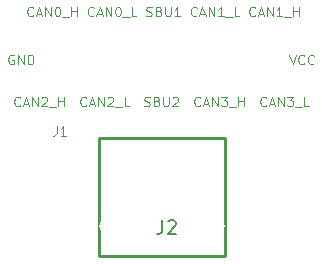
<source format=gbr>
%TF.GenerationSoftware,KiCad,Pcbnew,7.0.5*%
%TF.CreationDate,2024-03-06T10:34:55-05:00*%
%TF.ProjectId,SaberCord_Copy_Male,53616265-7243-46f7-9264-5f436f70795f,rev?*%
%TF.SameCoordinates,Original*%
%TF.FileFunction,Legend,Top*%
%TF.FilePolarity,Positive*%
%FSLAX46Y46*%
G04 Gerber Fmt 4.6, Leading zero omitted, Abs format (unit mm)*
G04 Created by KiCad (PCBNEW 7.0.5) date 2024-03-06 10:34:55*
%MOMM*%
%LPD*%
G01*
G04 APERTURE LIST*
%ADD10C,0.152000*%
%ADD11C,0.100000*%
%ADD12C,0.254000*%
%ADD13C,3.000000*%
%ADD14C,0.650000*%
%ADD15O,1.700000X1.000000*%
%ADD16R,0.300000X1.000000*%
%ADD17C,0.600000*%
%ADD18C,1.828800*%
G04 APERTURE END LIST*
D10*
%TO.C,J2*%
X63714Y-9537869D02*
X63714Y-10354298D01*
X63714Y-10354298D02*
X9285Y-10517583D01*
X9285Y-10517583D02*
X-99572Y-10626441D01*
X-99572Y-10626441D02*
X-262858Y-10680869D01*
X-262858Y-10680869D02*
X-371715Y-10680869D01*
X553571Y-9646726D02*
X607999Y-9592298D01*
X607999Y-9592298D02*
X716857Y-9537869D01*
X716857Y-9537869D02*
X988999Y-9537869D01*
X988999Y-9537869D02*
X1097857Y-9592298D01*
X1097857Y-9592298D02*
X1152285Y-9646726D01*
X1152285Y-9646726D02*
X1206714Y-9755583D01*
X1206714Y-9755583D02*
X1206714Y-9864441D01*
X1206714Y-9864441D02*
X1152285Y-10027726D01*
X1152285Y-10027726D02*
X499142Y-10680869D01*
X499142Y-10680869D02*
X1206714Y-10680869D01*
D11*
%TO.C,J1*%
X-8902667Y-1596895D02*
X-8902667Y-2168323D01*
X-8902667Y-2168323D02*
X-8940762Y-2282609D01*
X-8940762Y-2282609D02*
X-9016953Y-2358800D01*
X-9016953Y-2358800D02*
X-9131238Y-2396895D01*
X-9131238Y-2396895D02*
X-9207429Y-2396895D01*
X-8102667Y-2396895D02*
X-8559810Y-2396895D01*
X-8331238Y-2396895D02*
X-8331238Y-1596895D01*
X-8331238Y-1596895D02*
X-8407429Y-1711180D01*
X-8407429Y-1711180D02*
X-8483619Y-1787371D01*
X-8483619Y-1787371D02*
X-8559810Y-1825466D01*
X10809979Y4459105D02*
X11076646Y3659105D01*
X11076646Y3659105D02*
X11343312Y4459105D01*
X12067122Y3735296D02*
X12029026Y3697200D01*
X12029026Y3697200D02*
X11914741Y3659105D01*
X11914741Y3659105D02*
X11838550Y3659105D01*
X11838550Y3659105D02*
X11724264Y3697200D01*
X11724264Y3697200D02*
X11648074Y3773391D01*
X11648074Y3773391D02*
X11609979Y3849581D01*
X11609979Y3849581D02*
X11571883Y4001962D01*
X11571883Y4001962D02*
X11571883Y4116248D01*
X11571883Y4116248D02*
X11609979Y4268629D01*
X11609979Y4268629D02*
X11648074Y4344820D01*
X11648074Y4344820D02*
X11724264Y4421010D01*
X11724264Y4421010D02*
X11838550Y4459105D01*
X11838550Y4459105D02*
X11914741Y4459105D01*
X11914741Y4459105D02*
X12029026Y4421010D01*
X12029026Y4421010D02*
X12067122Y4382915D01*
X12867122Y3735296D02*
X12829026Y3697200D01*
X12829026Y3697200D02*
X12714741Y3659105D01*
X12714741Y3659105D02*
X12638550Y3659105D01*
X12638550Y3659105D02*
X12524264Y3697200D01*
X12524264Y3697200D02*
X12448074Y3773391D01*
X12448074Y3773391D02*
X12409979Y3849581D01*
X12409979Y3849581D02*
X12371883Y4001962D01*
X12371883Y4001962D02*
X12371883Y4116248D01*
X12371883Y4116248D02*
X12409979Y4268629D01*
X12409979Y4268629D02*
X12448074Y4344820D01*
X12448074Y4344820D02*
X12524264Y4421010D01*
X12524264Y4421010D02*
X12638550Y4459105D01*
X12638550Y4459105D02*
X12714741Y4459105D01*
X12714741Y4459105D02*
X12829026Y4421010D01*
X12829026Y4421010D02*
X12867122Y4382915D01*
X3253408Y179296D02*
X3215312Y141200D01*
X3215312Y141200D02*
X3101027Y103105D01*
X3101027Y103105D02*
X3024836Y103105D01*
X3024836Y103105D02*
X2910550Y141200D01*
X2910550Y141200D02*
X2834360Y217391D01*
X2834360Y217391D02*
X2796265Y293581D01*
X2796265Y293581D02*
X2758169Y445962D01*
X2758169Y445962D02*
X2758169Y560248D01*
X2758169Y560248D02*
X2796265Y712629D01*
X2796265Y712629D02*
X2834360Y788820D01*
X2834360Y788820D02*
X2910550Y865010D01*
X2910550Y865010D02*
X3024836Y903105D01*
X3024836Y903105D02*
X3101027Y903105D01*
X3101027Y903105D02*
X3215312Y865010D01*
X3215312Y865010D02*
X3253408Y826915D01*
X3558169Y331677D02*
X3939122Y331677D01*
X3481979Y103105D02*
X3748646Y903105D01*
X3748646Y903105D02*
X4015312Y103105D01*
X4281979Y103105D02*
X4281979Y903105D01*
X4281979Y903105D02*
X4739122Y103105D01*
X4739122Y103105D02*
X4739122Y903105D01*
X5043883Y903105D02*
X5539121Y903105D01*
X5539121Y903105D02*
X5272455Y598343D01*
X5272455Y598343D02*
X5386740Y598343D01*
X5386740Y598343D02*
X5462931Y560248D01*
X5462931Y560248D02*
X5501026Y522153D01*
X5501026Y522153D02*
X5539121Y445962D01*
X5539121Y445962D02*
X5539121Y255486D01*
X5539121Y255486D02*
X5501026Y179296D01*
X5501026Y179296D02*
X5462931Y141200D01*
X5462931Y141200D02*
X5386740Y103105D01*
X5386740Y103105D02*
X5158169Y103105D01*
X5158169Y103105D02*
X5081978Y141200D01*
X5081978Y141200D02*
X5043883Y179296D01*
X5691503Y26915D02*
X6301026Y26915D01*
X6491503Y103105D02*
X6491503Y903105D01*
X6491503Y522153D02*
X6948646Y522153D01*
X6948646Y103105D02*
X6948646Y903105D01*
X-5757211Y7799296D02*
X-5795307Y7761200D01*
X-5795307Y7761200D02*
X-5909592Y7723105D01*
X-5909592Y7723105D02*
X-5985783Y7723105D01*
X-5985783Y7723105D02*
X-6100069Y7761200D01*
X-6100069Y7761200D02*
X-6176259Y7837391D01*
X-6176259Y7837391D02*
X-6214354Y7913581D01*
X-6214354Y7913581D02*
X-6252450Y8065962D01*
X-6252450Y8065962D02*
X-6252450Y8180248D01*
X-6252450Y8180248D02*
X-6214354Y8332629D01*
X-6214354Y8332629D02*
X-6176259Y8408820D01*
X-6176259Y8408820D02*
X-6100069Y8485010D01*
X-6100069Y8485010D02*
X-5985783Y8523105D01*
X-5985783Y8523105D02*
X-5909592Y8523105D01*
X-5909592Y8523105D02*
X-5795307Y8485010D01*
X-5795307Y8485010D02*
X-5757211Y8446915D01*
X-5452450Y7951677D02*
X-5071497Y7951677D01*
X-5528640Y7723105D02*
X-5261973Y8523105D01*
X-5261973Y8523105D02*
X-4995307Y7723105D01*
X-4728640Y7723105D02*
X-4728640Y8523105D01*
X-4728640Y8523105D02*
X-4271497Y7723105D01*
X-4271497Y7723105D02*
X-4271497Y8523105D01*
X-3738164Y8523105D02*
X-3661974Y8523105D01*
X-3661974Y8523105D02*
X-3585783Y8485010D01*
X-3585783Y8485010D02*
X-3547688Y8446915D01*
X-3547688Y8446915D02*
X-3509593Y8370724D01*
X-3509593Y8370724D02*
X-3471498Y8218343D01*
X-3471498Y8218343D02*
X-3471498Y8027867D01*
X-3471498Y8027867D02*
X-3509593Y7875486D01*
X-3509593Y7875486D02*
X-3547688Y7799296D01*
X-3547688Y7799296D02*
X-3585783Y7761200D01*
X-3585783Y7761200D02*
X-3661974Y7723105D01*
X-3661974Y7723105D02*
X-3738164Y7723105D01*
X-3738164Y7723105D02*
X-3814355Y7761200D01*
X-3814355Y7761200D02*
X-3852450Y7799296D01*
X-3852450Y7799296D02*
X-3890545Y7875486D01*
X-3890545Y7875486D02*
X-3928641Y8027867D01*
X-3928641Y8027867D02*
X-3928641Y8218343D01*
X-3928641Y8218343D02*
X-3890545Y8370724D01*
X-3890545Y8370724D02*
X-3852450Y8446915D01*
X-3852450Y8446915D02*
X-3814355Y8485010D01*
X-3814355Y8485010D02*
X-3738164Y8523105D01*
X-3319116Y7646915D02*
X-2709593Y7646915D01*
X-2138164Y7723105D02*
X-2519116Y7723105D01*
X-2519116Y7723105D02*
X-2519116Y8523105D01*
X-1305831Y7761200D02*
X-1191545Y7723105D01*
X-1191545Y7723105D02*
X-1001069Y7723105D01*
X-1001069Y7723105D02*
X-924878Y7761200D01*
X-924878Y7761200D02*
X-886783Y7799296D01*
X-886783Y7799296D02*
X-848688Y7875486D01*
X-848688Y7875486D02*
X-848688Y7951677D01*
X-848688Y7951677D02*
X-886783Y8027867D01*
X-886783Y8027867D02*
X-924878Y8065962D01*
X-924878Y8065962D02*
X-1001069Y8104058D01*
X-1001069Y8104058D02*
X-1153450Y8142153D01*
X-1153450Y8142153D02*
X-1229640Y8180248D01*
X-1229640Y8180248D02*
X-1267735Y8218343D01*
X-1267735Y8218343D02*
X-1305831Y8294534D01*
X-1305831Y8294534D02*
X-1305831Y8370724D01*
X-1305831Y8370724D02*
X-1267735Y8446915D01*
X-1267735Y8446915D02*
X-1229640Y8485010D01*
X-1229640Y8485010D02*
X-1153450Y8523105D01*
X-1153450Y8523105D02*
X-962973Y8523105D01*
X-962973Y8523105D02*
X-848688Y8485010D01*
X-239164Y8142153D02*
X-124878Y8104058D01*
X-124878Y8104058D02*
X-86783Y8065962D01*
X-86783Y8065962D02*
X-48687Y7989772D01*
X-48687Y7989772D02*
X-48687Y7875486D01*
X-48687Y7875486D02*
X-86783Y7799296D01*
X-86783Y7799296D02*
X-124878Y7761200D01*
X-124878Y7761200D02*
X-201068Y7723105D01*
X-201068Y7723105D02*
X-505830Y7723105D01*
X-505830Y7723105D02*
X-505830Y8523105D01*
X-505830Y8523105D02*
X-239164Y8523105D01*
X-239164Y8523105D02*
X-162973Y8485010D01*
X-162973Y8485010D02*
X-124878Y8446915D01*
X-124878Y8446915D02*
X-86783Y8370724D01*
X-86783Y8370724D02*
X-86783Y8294534D01*
X-86783Y8294534D02*
X-124878Y8218343D01*
X-124878Y8218343D02*
X-162973Y8180248D01*
X-162973Y8180248D02*
X-239164Y8142153D01*
X-239164Y8142153D02*
X-505830Y8142153D01*
X294170Y8523105D02*
X294170Y7875486D01*
X294170Y7875486D02*
X332265Y7799296D01*
X332265Y7799296D02*
X370360Y7761200D01*
X370360Y7761200D02*
X446551Y7723105D01*
X446551Y7723105D02*
X598932Y7723105D01*
X598932Y7723105D02*
X675122Y7761200D01*
X675122Y7761200D02*
X713217Y7799296D01*
X713217Y7799296D02*
X751313Y7875486D01*
X751313Y7875486D02*
X751313Y8523105D01*
X1551312Y7723105D02*
X1094169Y7723105D01*
X1322741Y7723105D02*
X1322741Y8523105D01*
X1322741Y8523105D02*
X1246550Y8408820D01*
X1246550Y8408820D02*
X1170360Y8332629D01*
X1170360Y8332629D02*
X1094169Y8294534D01*
X-12532688Y4421010D02*
X-12608878Y4459105D01*
X-12608878Y4459105D02*
X-12723164Y4459105D01*
X-12723164Y4459105D02*
X-12837450Y4421010D01*
X-12837450Y4421010D02*
X-12913640Y4344820D01*
X-12913640Y4344820D02*
X-12951735Y4268629D01*
X-12951735Y4268629D02*
X-12989831Y4116248D01*
X-12989831Y4116248D02*
X-12989831Y4001962D01*
X-12989831Y4001962D02*
X-12951735Y3849581D01*
X-12951735Y3849581D02*
X-12913640Y3773391D01*
X-12913640Y3773391D02*
X-12837450Y3697200D01*
X-12837450Y3697200D02*
X-12723164Y3659105D01*
X-12723164Y3659105D02*
X-12646973Y3659105D01*
X-12646973Y3659105D02*
X-12532688Y3697200D01*
X-12532688Y3697200D02*
X-12494592Y3735296D01*
X-12494592Y3735296D02*
X-12494592Y4001962D01*
X-12494592Y4001962D02*
X-12646973Y4001962D01*
X-12151735Y3659105D02*
X-12151735Y4459105D01*
X-12151735Y4459105D02*
X-11694592Y3659105D01*
X-11694592Y3659105D02*
X-11694592Y4459105D01*
X-11313640Y3659105D02*
X-11313640Y4459105D01*
X-11313640Y4459105D02*
X-11123164Y4459105D01*
X-11123164Y4459105D02*
X-11008878Y4421010D01*
X-11008878Y4421010D02*
X-10932688Y4344820D01*
X-10932688Y4344820D02*
X-10894593Y4268629D01*
X-10894593Y4268629D02*
X-10856497Y4116248D01*
X-10856497Y4116248D02*
X-10856497Y4001962D01*
X-10856497Y4001962D02*
X-10894593Y3849581D01*
X-10894593Y3849581D02*
X-10932688Y3773391D01*
X-10932688Y3773391D02*
X-11008878Y3697200D01*
X-11008878Y3697200D02*
X-11123164Y3659105D01*
X-11123164Y3659105D02*
X-11313640Y3659105D01*
X-1467879Y141200D02*
X-1353593Y103105D01*
X-1353593Y103105D02*
X-1163117Y103105D01*
X-1163117Y103105D02*
X-1086926Y141200D01*
X-1086926Y141200D02*
X-1048831Y179296D01*
X-1048831Y179296D02*
X-1010736Y255486D01*
X-1010736Y255486D02*
X-1010736Y331677D01*
X-1010736Y331677D02*
X-1048831Y407867D01*
X-1048831Y407867D02*
X-1086926Y445962D01*
X-1086926Y445962D02*
X-1163117Y484058D01*
X-1163117Y484058D02*
X-1315498Y522153D01*
X-1315498Y522153D02*
X-1391688Y560248D01*
X-1391688Y560248D02*
X-1429783Y598343D01*
X-1429783Y598343D02*
X-1467879Y674534D01*
X-1467879Y674534D02*
X-1467879Y750724D01*
X-1467879Y750724D02*
X-1429783Y826915D01*
X-1429783Y826915D02*
X-1391688Y865010D01*
X-1391688Y865010D02*
X-1315498Y903105D01*
X-1315498Y903105D02*
X-1125021Y903105D01*
X-1125021Y903105D02*
X-1010736Y865010D01*
X-401212Y522153D02*
X-286926Y484058D01*
X-286926Y484058D02*
X-248831Y445962D01*
X-248831Y445962D02*
X-210735Y369772D01*
X-210735Y369772D02*
X-210735Y255486D01*
X-210735Y255486D02*
X-248831Y179296D01*
X-248831Y179296D02*
X-286926Y141200D01*
X-286926Y141200D02*
X-363116Y103105D01*
X-363116Y103105D02*
X-667878Y103105D01*
X-667878Y103105D02*
X-667878Y903105D01*
X-667878Y903105D02*
X-401212Y903105D01*
X-401212Y903105D02*
X-325021Y865010D01*
X-325021Y865010D02*
X-286926Y826915D01*
X-286926Y826915D02*
X-248831Y750724D01*
X-248831Y750724D02*
X-248831Y674534D01*
X-248831Y674534D02*
X-286926Y598343D01*
X-286926Y598343D02*
X-325021Y560248D01*
X-325021Y560248D02*
X-401212Y522153D01*
X-401212Y522153D02*
X-667878Y522153D01*
X132122Y903105D02*
X132122Y255486D01*
X132122Y255486D02*
X170217Y179296D01*
X170217Y179296D02*
X208312Y141200D01*
X208312Y141200D02*
X284503Y103105D01*
X284503Y103105D02*
X436884Y103105D01*
X436884Y103105D02*
X513074Y141200D01*
X513074Y141200D02*
X551169Y179296D01*
X551169Y179296D02*
X589265Y255486D01*
X589265Y255486D02*
X589265Y903105D01*
X932121Y826915D02*
X970217Y865010D01*
X970217Y865010D02*
X1046407Y903105D01*
X1046407Y903105D02*
X1236883Y903105D01*
X1236883Y903105D02*
X1313074Y865010D01*
X1313074Y865010D02*
X1351169Y826915D01*
X1351169Y826915D02*
X1389264Y750724D01*
X1389264Y750724D02*
X1389264Y674534D01*
X1389264Y674534D02*
X1351169Y560248D01*
X1351169Y560248D02*
X894026Y103105D01*
X894026Y103105D02*
X1389264Y103105D01*
X-11977116Y179296D02*
X-12015212Y141200D01*
X-12015212Y141200D02*
X-12129497Y103105D01*
X-12129497Y103105D02*
X-12205688Y103105D01*
X-12205688Y103105D02*
X-12319974Y141200D01*
X-12319974Y141200D02*
X-12396164Y217391D01*
X-12396164Y217391D02*
X-12434259Y293581D01*
X-12434259Y293581D02*
X-12472355Y445962D01*
X-12472355Y445962D02*
X-12472355Y560248D01*
X-12472355Y560248D02*
X-12434259Y712629D01*
X-12434259Y712629D02*
X-12396164Y788820D01*
X-12396164Y788820D02*
X-12319974Y865010D01*
X-12319974Y865010D02*
X-12205688Y903105D01*
X-12205688Y903105D02*
X-12129497Y903105D01*
X-12129497Y903105D02*
X-12015212Y865010D01*
X-12015212Y865010D02*
X-11977116Y826915D01*
X-11672355Y331677D02*
X-11291402Y331677D01*
X-11748545Y103105D02*
X-11481878Y903105D01*
X-11481878Y903105D02*
X-11215212Y103105D01*
X-10948545Y103105D02*
X-10948545Y903105D01*
X-10948545Y903105D02*
X-10491402Y103105D01*
X-10491402Y103105D02*
X-10491402Y903105D01*
X-10148546Y826915D02*
X-10110450Y865010D01*
X-10110450Y865010D02*
X-10034260Y903105D01*
X-10034260Y903105D02*
X-9843784Y903105D01*
X-9843784Y903105D02*
X-9767593Y865010D01*
X-9767593Y865010D02*
X-9729498Y826915D01*
X-9729498Y826915D02*
X-9691403Y750724D01*
X-9691403Y750724D02*
X-9691403Y674534D01*
X-9691403Y674534D02*
X-9729498Y560248D01*
X-9729498Y560248D02*
X-10186641Y103105D01*
X-10186641Y103105D02*
X-9691403Y103105D01*
X-9539021Y26915D02*
X-8929498Y26915D01*
X-8739021Y103105D02*
X-8739021Y903105D01*
X-8739021Y522153D02*
X-8281878Y522153D01*
X-8281878Y103105D02*
X-8281878Y903105D01*
X-10894306Y7799296D02*
X-10932402Y7761200D01*
X-10932402Y7761200D02*
X-11046687Y7723105D01*
X-11046687Y7723105D02*
X-11122878Y7723105D01*
X-11122878Y7723105D02*
X-11237164Y7761200D01*
X-11237164Y7761200D02*
X-11313354Y7837391D01*
X-11313354Y7837391D02*
X-11351449Y7913581D01*
X-11351449Y7913581D02*
X-11389545Y8065962D01*
X-11389545Y8065962D02*
X-11389545Y8180248D01*
X-11389545Y8180248D02*
X-11351449Y8332629D01*
X-11351449Y8332629D02*
X-11313354Y8408820D01*
X-11313354Y8408820D02*
X-11237164Y8485010D01*
X-11237164Y8485010D02*
X-11122878Y8523105D01*
X-11122878Y8523105D02*
X-11046687Y8523105D01*
X-11046687Y8523105D02*
X-10932402Y8485010D01*
X-10932402Y8485010D02*
X-10894306Y8446915D01*
X-10589545Y7951677D02*
X-10208592Y7951677D01*
X-10665735Y7723105D02*
X-10399068Y8523105D01*
X-10399068Y8523105D02*
X-10132402Y7723105D01*
X-9865735Y7723105D02*
X-9865735Y8523105D01*
X-9865735Y8523105D02*
X-9408592Y7723105D01*
X-9408592Y7723105D02*
X-9408592Y8523105D01*
X-8875259Y8523105D02*
X-8799069Y8523105D01*
X-8799069Y8523105D02*
X-8722878Y8485010D01*
X-8722878Y8485010D02*
X-8684783Y8446915D01*
X-8684783Y8446915D02*
X-8646688Y8370724D01*
X-8646688Y8370724D02*
X-8608593Y8218343D01*
X-8608593Y8218343D02*
X-8608593Y8027867D01*
X-8608593Y8027867D02*
X-8646688Y7875486D01*
X-8646688Y7875486D02*
X-8684783Y7799296D01*
X-8684783Y7799296D02*
X-8722878Y7761200D01*
X-8722878Y7761200D02*
X-8799069Y7723105D01*
X-8799069Y7723105D02*
X-8875259Y7723105D01*
X-8875259Y7723105D02*
X-8951450Y7761200D01*
X-8951450Y7761200D02*
X-8989545Y7799296D01*
X-8989545Y7799296D02*
X-9027640Y7875486D01*
X-9027640Y7875486D02*
X-9065736Y8027867D01*
X-9065736Y8027867D02*
X-9065736Y8218343D01*
X-9065736Y8218343D02*
X-9027640Y8370724D01*
X-9027640Y8370724D02*
X-8989545Y8446915D01*
X-8989545Y8446915D02*
X-8951450Y8485010D01*
X-8951450Y8485010D02*
X-8875259Y8523105D01*
X-8456211Y7646915D02*
X-7846688Y7646915D01*
X-7656211Y7723105D02*
X-7656211Y8523105D01*
X-7656211Y8142153D02*
X-7199068Y8142153D01*
X-7199068Y7723105D02*
X-7199068Y8523105D01*
X8850884Y179296D02*
X8812788Y141200D01*
X8812788Y141200D02*
X8698503Y103105D01*
X8698503Y103105D02*
X8622312Y103105D01*
X8622312Y103105D02*
X8508026Y141200D01*
X8508026Y141200D02*
X8431836Y217391D01*
X8431836Y217391D02*
X8393741Y293581D01*
X8393741Y293581D02*
X8355645Y445962D01*
X8355645Y445962D02*
X8355645Y560248D01*
X8355645Y560248D02*
X8393741Y712629D01*
X8393741Y712629D02*
X8431836Y788820D01*
X8431836Y788820D02*
X8508026Y865010D01*
X8508026Y865010D02*
X8622312Y903105D01*
X8622312Y903105D02*
X8698503Y903105D01*
X8698503Y903105D02*
X8812788Y865010D01*
X8812788Y865010D02*
X8850884Y826915D01*
X9155645Y331677D02*
X9536598Y331677D01*
X9079455Y103105D02*
X9346122Y903105D01*
X9346122Y903105D02*
X9612788Y103105D01*
X9879455Y103105D02*
X9879455Y903105D01*
X9879455Y903105D02*
X10336598Y103105D01*
X10336598Y103105D02*
X10336598Y903105D01*
X10641359Y903105D02*
X11136597Y903105D01*
X11136597Y903105D02*
X10869931Y598343D01*
X10869931Y598343D02*
X10984216Y598343D01*
X10984216Y598343D02*
X11060407Y560248D01*
X11060407Y560248D02*
X11098502Y522153D01*
X11098502Y522153D02*
X11136597Y445962D01*
X11136597Y445962D02*
X11136597Y255486D01*
X11136597Y255486D02*
X11098502Y179296D01*
X11098502Y179296D02*
X11060407Y141200D01*
X11060407Y141200D02*
X10984216Y103105D01*
X10984216Y103105D02*
X10755645Y103105D01*
X10755645Y103105D02*
X10679454Y141200D01*
X10679454Y141200D02*
X10641359Y179296D01*
X11288979Y26915D02*
X11898502Y26915D01*
X12469931Y103105D02*
X12088979Y103105D01*
X12088979Y103105D02*
X12088979Y903105D01*
X2955075Y7799296D02*
X2916979Y7761200D01*
X2916979Y7761200D02*
X2802694Y7723105D01*
X2802694Y7723105D02*
X2726503Y7723105D01*
X2726503Y7723105D02*
X2612217Y7761200D01*
X2612217Y7761200D02*
X2536027Y7837391D01*
X2536027Y7837391D02*
X2497932Y7913581D01*
X2497932Y7913581D02*
X2459836Y8065962D01*
X2459836Y8065962D02*
X2459836Y8180248D01*
X2459836Y8180248D02*
X2497932Y8332629D01*
X2497932Y8332629D02*
X2536027Y8408820D01*
X2536027Y8408820D02*
X2612217Y8485010D01*
X2612217Y8485010D02*
X2726503Y8523105D01*
X2726503Y8523105D02*
X2802694Y8523105D01*
X2802694Y8523105D02*
X2916979Y8485010D01*
X2916979Y8485010D02*
X2955075Y8446915D01*
X3259836Y7951677D02*
X3640789Y7951677D01*
X3183646Y7723105D02*
X3450313Y8523105D01*
X3450313Y8523105D02*
X3716979Y7723105D01*
X3983646Y7723105D02*
X3983646Y8523105D01*
X3983646Y8523105D02*
X4440789Y7723105D01*
X4440789Y7723105D02*
X4440789Y8523105D01*
X5240788Y7723105D02*
X4783645Y7723105D01*
X5012217Y7723105D02*
X5012217Y8523105D01*
X5012217Y8523105D02*
X4936026Y8408820D01*
X4936026Y8408820D02*
X4859836Y8332629D01*
X4859836Y8332629D02*
X4783645Y8294534D01*
X5393170Y7646915D02*
X6002693Y7646915D01*
X6574122Y7723105D02*
X6193170Y7723105D01*
X6193170Y7723105D02*
X6193170Y8523105D01*
X-6379640Y179296D02*
X-6417736Y141200D01*
X-6417736Y141200D02*
X-6532021Y103105D01*
X-6532021Y103105D02*
X-6608212Y103105D01*
X-6608212Y103105D02*
X-6722498Y141200D01*
X-6722498Y141200D02*
X-6798688Y217391D01*
X-6798688Y217391D02*
X-6836783Y293581D01*
X-6836783Y293581D02*
X-6874879Y445962D01*
X-6874879Y445962D02*
X-6874879Y560248D01*
X-6874879Y560248D02*
X-6836783Y712629D01*
X-6836783Y712629D02*
X-6798688Y788820D01*
X-6798688Y788820D02*
X-6722498Y865010D01*
X-6722498Y865010D02*
X-6608212Y903105D01*
X-6608212Y903105D02*
X-6532021Y903105D01*
X-6532021Y903105D02*
X-6417736Y865010D01*
X-6417736Y865010D02*
X-6379640Y826915D01*
X-6074879Y331677D02*
X-5693926Y331677D01*
X-6151069Y103105D02*
X-5884402Y903105D01*
X-5884402Y903105D02*
X-5617736Y103105D01*
X-5351069Y103105D02*
X-5351069Y903105D01*
X-5351069Y903105D02*
X-4893926Y103105D01*
X-4893926Y103105D02*
X-4893926Y903105D01*
X-4551070Y826915D02*
X-4512974Y865010D01*
X-4512974Y865010D02*
X-4436784Y903105D01*
X-4436784Y903105D02*
X-4246308Y903105D01*
X-4246308Y903105D02*
X-4170117Y865010D01*
X-4170117Y865010D02*
X-4132022Y826915D01*
X-4132022Y826915D02*
X-4093927Y750724D01*
X-4093927Y750724D02*
X-4093927Y674534D01*
X-4093927Y674534D02*
X-4132022Y560248D01*
X-4132022Y560248D02*
X-4589165Y103105D01*
X-4589165Y103105D02*
X-4093927Y103105D01*
X-3941545Y26915D02*
X-3332022Y26915D01*
X-2760593Y103105D02*
X-3141545Y103105D01*
X-3141545Y103105D02*
X-3141545Y903105D01*
X7901694Y7799296D02*
X7863598Y7761200D01*
X7863598Y7761200D02*
X7749313Y7723105D01*
X7749313Y7723105D02*
X7673122Y7723105D01*
X7673122Y7723105D02*
X7558836Y7761200D01*
X7558836Y7761200D02*
X7482646Y7837391D01*
X7482646Y7837391D02*
X7444551Y7913581D01*
X7444551Y7913581D02*
X7406455Y8065962D01*
X7406455Y8065962D02*
X7406455Y8180248D01*
X7406455Y8180248D02*
X7444551Y8332629D01*
X7444551Y8332629D02*
X7482646Y8408820D01*
X7482646Y8408820D02*
X7558836Y8485010D01*
X7558836Y8485010D02*
X7673122Y8523105D01*
X7673122Y8523105D02*
X7749313Y8523105D01*
X7749313Y8523105D02*
X7863598Y8485010D01*
X7863598Y8485010D02*
X7901694Y8446915D01*
X8206455Y7951677D02*
X8587408Y7951677D01*
X8130265Y7723105D02*
X8396932Y8523105D01*
X8396932Y8523105D02*
X8663598Y7723105D01*
X8930265Y7723105D02*
X8930265Y8523105D01*
X8930265Y8523105D02*
X9387408Y7723105D01*
X9387408Y7723105D02*
X9387408Y8523105D01*
X10187407Y7723105D02*
X9730264Y7723105D01*
X9958836Y7723105D02*
X9958836Y8523105D01*
X9958836Y8523105D02*
X9882645Y8408820D01*
X9882645Y8408820D02*
X9806455Y8332629D01*
X9806455Y8332629D02*
X9730264Y8294534D01*
X10339789Y7646915D02*
X10949312Y7646915D01*
X11139789Y7723105D02*
X11139789Y8523105D01*
X11139789Y8142153D02*
X11596932Y8142153D01*
X11596932Y7723105D02*
X11596932Y8523105D01*
D12*
%TO.C,J2*%
X-5334000Y-2592000D02*
X5334000Y-2592000D01*
X-5334000Y-12592000D02*
X-5334000Y-2592000D01*
X5334000Y-2592000D02*
X5334000Y-12592000D01*
X5334000Y-12592000D02*
X-5334000Y-12592000D01*
%TD*%
%LPC*%
D13*
%TO.C,H1*%
X-16637000Y6858000D03*
%TD*%
D14*
%TO.C,J2*%
X-3600000Y-4370000D03*
X3595000Y-4335000D03*
D15*
X-4125000Y-5620000D03*
X-4485000Y-10010000D03*
X4485000Y-10010000D03*
X4125000Y-5620000D03*
D16*
X-2750000Y-3810000D03*
X-2250000Y-3810000D03*
X-1750000Y-3810000D03*
X-1250000Y-3810000D03*
X-750000Y-3810000D03*
X-250000Y-3810000D03*
X250000Y-3810000D03*
X750000Y-3810000D03*
X1250000Y-3810000D03*
X1750000Y-3810000D03*
X2250000Y-3810000D03*
X2750000Y-3810000D03*
D17*
X2800000Y-5020000D03*
X2400000Y-5720000D03*
X1600000Y-5720000D03*
X1200000Y-5020000D03*
X800000Y-5720000D03*
X400000Y-5020000D03*
X-400000Y-5020000D03*
X-800000Y-5720000D03*
X-1200000Y-5020000D03*
X-1600000Y-5720000D03*
X-2400000Y-5720000D03*
X-2800000Y-5020000D03*
%TD*%
D13*
%TO.C,H4*%
X8509000Y-8382000D03*
%TD*%
%TO.C,H3*%
X-8509000Y-8382000D03*
%TD*%
%TO.C,H2*%
X16637000Y6858000D03*
%TD*%
D18*
%TO.C,J1*%
X-12192000Y6096000D03*
X-8128000Y6096000D03*
X-4064000Y6096000D03*
X0Y6096000D03*
X4064000Y6096000D03*
X8128000Y6096000D03*
X12192000Y6096000D03*
X-12192000Y2032000D03*
X-8128000Y2032000D03*
X-4064000Y2032000D03*
X0Y2032000D03*
X4064000Y2032000D03*
X8128000Y2032000D03*
X12192000Y2032000D03*
%TD*%
%LPD*%
M02*

</source>
